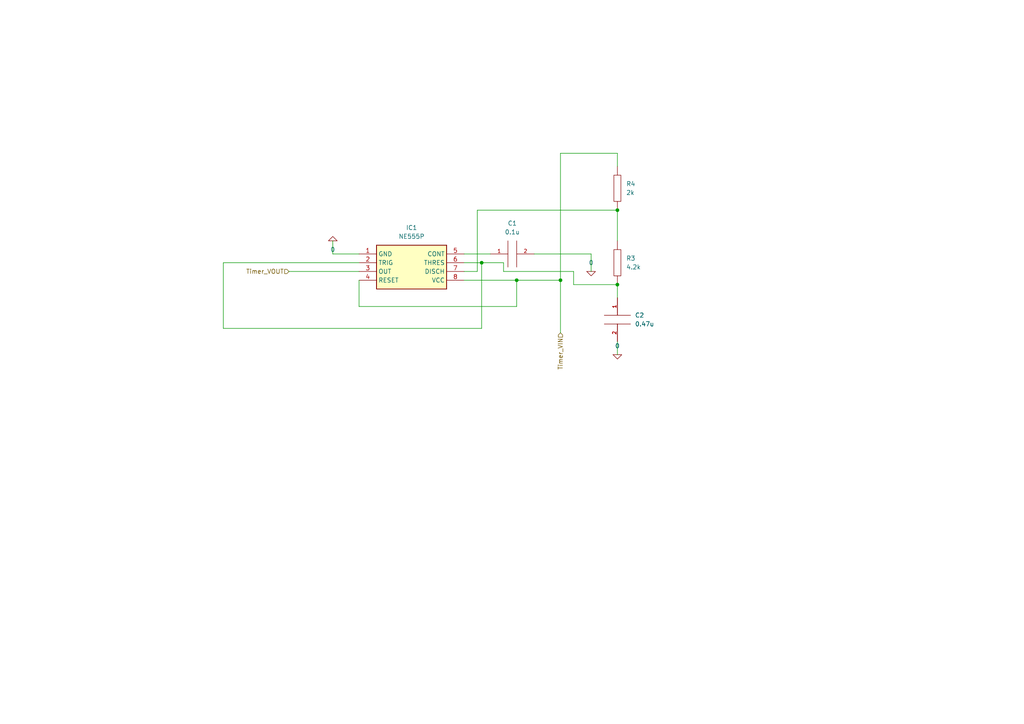
<source format=kicad_sch>
(kicad_sch (version 20230121) (generator eeschema)
  (paper "A4")
  (lib_symbols
    (symbol "00_parts:NE555P"
      (property "Reference" "IC" (at 26.67 7.62 0))
      (property "Value" "NE555P" (at 26.67 5.08 0))
      (symbol "NE555P_1_1"
        (rectangle (start 5.08 2.54) (end 25.4 -10.16) (stroke (width 0.254)) (fill (type background)))
        (pin passive line (at 0 0 0) (length 5.08) (name "GND") (number "1"))
        (pin passive line (at 0 -2.54 0) (length 5.08) (name "TRIG") (number "2"))
        (pin passive line (at 0 -5.08 0) (length 5.08) (name "OUT") (number "3"))
        (pin passive line (at 0 -7.62 0) (length 5.08) (name "RESET") (number "4"))
        (pin passive line (at 30.48 0 180) (length 5.08) (name "CONT") (number "5"))
        (pin passive line (at 30.48 -2.54 180) (length 5.08) (name "THRES") (number "6"))
        (pin passive line (at 30.48 -5.08 180) (length 5.08) (name "DISCH") (number "7"))
        (pin passive line (at 30.48 -7.62 180) (length 5.08) (name "VCC") (number "8"))
      )
    )
    (symbol "pspice:0" (power) (pin_names (offset 0))
      (property "Value" "0" (at 0 -1.778 0))
      (symbol "0_0_1"
        (polyline (pts (xy -1.27 0) (xy 0 -1.27) (xy 1.27 0) (xy -1.27 0)))
      )
      (symbol "0_1_1"
        (pin power_in line (at 0 0 0) (length 0) hide (name "0") (number "1"))
      )
    )
    (symbol "pspice:C" (pin_names (offset 0.254))
      (property "Reference" "C" (at 2.54 3.81 90))
      (property "Value" "C" (at 2.54 -3.81 90))
      (symbol "C_0_1"
        (polyline (pts (xy -3.81 -1.27) (xy 3.81 -1.27)))
        (polyline (pts (xy -3.81 1.27) (xy 3.81 1.27)))
      )
      (symbol "C_1_1"
        (pin passive line (at 0 6.35 270) (length 5.08) (name "~") (number "1"))
        (pin passive line (at 0 -6.35 90) (length 5.08) (name "~") (number "2"))
      )
    )
    (symbol "pspice:R" (pin_numbers hide) (pin_names (offset 0))
      (property "Reference" "R" (at 2.032 0 90))
      (property "Value" "R" (at 0 0 90))
      (symbol "R_0_1"
        (rectangle (start -1.016 3.81) (end 1.016 -3.81))
      )
      (symbol "R_1_1"
        (pin passive line (at 0 6.35 270) (length 2.54) (name "~") (number "1"))
        (pin passive line (at 0 -6.35 90) (length 2.54) (name "~") (number "2"))
      )
    )
  )
  (junction (at 179.07 82.55))
  (junction (at 179.07 60.96))
  (junction (at 139.7 76.2))
  (junction (at 162.56 81.28))
  (junction (at 149.86 81.28))
  (wire (pts (xy 162.56 44.45) (xy 179.07 44.45)))
  (wire (pts (xy 104.14 81.28) (xy 104.14 88.9)))
  (wire (pts (xy 138.43 60.96) (xy 179.07 60.96)))
  (wire (pts (xy 139.7 76.2) (xy 134.62 76.2)))
  (wire (pts (xy 138.43 78.74) (xy 138.43 60.96)))
  (wire (pts (xy 96.52 69.85) (xy 96.52 73.66)))
  (wire (pts (xy 139.7 76.2) (xy 146.05 76.2)))
  (wire (pts (xy 104.14 78.74) (xy 83.82 78.74)))
  (wire (pts (xy 146.05 78.74) (xy 166.37 78.74)))
  (wire (pts (xy 64.77 95.25) (xy 139.7 95.25)))
  (wire (pts (xy 179.07 99.06) (xy 179.07 102.87)))
  (wire (pts (xy 162.56 81.28) (xy 162.56 96.52)))
  (wire (pts (xy 139.7 95.25) (xy 139.7 76.2)))
  (wire (pts (xy 104.14 73.66) (xy 96.52 73.66)))
  (wire (pts (xy 179.07 44.45) (xy 179.07 48.26)))
  (wire (pts (xy 179.07 60.96) (xy 179.07 69.85)))
  (wire (pts (xy 179.07 82.55) (xy 179.07 86.36)))
  (wire (pts (xy 154.94 73.66) (xy 171.45 73.66)))
  (wire (pts (xy 104.14 76.2) (xy 64.77 76.2)))
  (wire (pts (xy 104.14 88.9) (xy 149.86 88.9)))
  (wire (pts (xy 149.86 88.9) (xy 149.86 81.28)))
  (wire (pts (xy 166.37 82.55) (xy 179.07 82.55)))
  (wire (pts (xy 149.86 81.28) (xy 162.56 81.28)))
  (wire (pts (xy 134.62 78.74) (xy 138.43 78.74)))
  (wire (pts (xy 166.37 78.74) (xy 166.37 82.55)))
  (wire (pts (xy 171.45 73.66) (xy 171.45 78.74)))
  (wire (pts (xy 162.56 81.28) (xy 162.56 44.45)))
  (wire (pts (xy 134.62 81.28) (xy 149.86 81.28)))
  (wire (pts (xy 134.62 73.66) (xy 142.24 73.66)))
  (wire (pts (xy 64.77 76.2) (xy 64.77 95.25)))
  (wire (pts (xy 146.05 76.2) (xy 146.05 78.74)))
  (hierarchical_label "Timer_VIN" (shape input) (at 162.56 96.52 270))
  (hierarchical_label "Timer_VOUT" (shape input) (at 83.82 78.74 180))
  (symbol (lib_id "pspice:C") (at 179.07 92.71 0) (unit 1)
    (property "Reference" "C2" (at 184.15 91.44 0) (effects (justify left)))
    (property "Value" "0.47u" (at 184.15 93.98 0) (effects (justify left)))
  )
  (symbol (lib_id "00_parts:NE555P") (at 104.14 73.66 0) (unit 1)
    (property "Reference" "IC1" (at 119.38 66.04 0))
    (property "Value" "NE555P" (at 119.38 68.58 0))
    (property "Footprint" "DIP794W53P254L959H508Q8N" (effects hide))
    (property "Datasheet" "http://www.ti.com/lit/ds/symlink/ne555.pdf" (effects hide))
    (property "Height" "5.08" (effects hide))
    (property "Mouser Part Number" "595-NE555P" (effects hide))
    (property "Mouser Price/Stock" "https://www.mouser.co.uk/ProductDetail/Texas-Instruments/NE555P?qs=rkhjVJ6%2F3EIf4CWgjIKuKQ%3D%3D" (effects hide))
    (property "Manufacturer_Name" "Texas Instruments" (effects hide))
    (property "Manufacturer_Part_Number" "NE555P" (effects hide))
    (property "Sim.Library" "/home/jc/.local/share/kicad/7.0/ecad/slfj002e/TLC555_6.LIB" (effects hide))
    (property "Sim.Name" "TLC555_6" (effects hide))
    (property "Sim.Device" "SUBCKT" (effects hide))
    (property "Sim.Pins" "1=GND 2=TRIG 3=OUT 4=RESET 5=CONT 6=THRES 7=DISC 8=VCC" (effects hide))
  )
  (symbol (lib_id "pspice:R") (at 179.07 54.61 0) (unit 1)
    (property "Reference" "R4" (at 181.61 53.34 0) (effects (justify left)))
    (property "Value" "2k" (at 181.61 55.88 0) (effects (justify left)))
  )
  (symbol (lib_id "pspice:0") (at 96.52 69.85 180) (unit 1)
    (property "Reference" "#GND04" (effects hide))
    (property "Value" "0" (at 96.52 72.39 0))
  )
  (symbol (lib_id "pspice:0") (at 179.07 102.87 0) (unit 1)
    (property "Reference" "#GND06" (effects hide))
    (property "Value" "0" (at 179.07 100.33 0))
  )
  (symbol (lib_id "pspice:0") (at 171.45 78.74 0) (unit 1)
    (property "Reference" "#GND05" (effects hide))
    (property "Value" "0" (at 171.45 76.2 0))
  )
  (symbol (lib_id "pspice:C") (at 148.59 73.66 90) (unit 1)
    (property "Reference" "C1" (at 148.59 64.77 90))
    (property "Value" "0.1u" (at 148.59 67.31 90))
  )
  (symbol (lib_id "pspice:R") (at 179.07 76.2 0) (unit 1)
    (property "Reference" "R3" (at 181.61 74.93 0) (effects (justify left)))
    (property "Value" "4.2k" (at 181.61 77.47 0) (effects (justify left)))
  )
)
</source>
